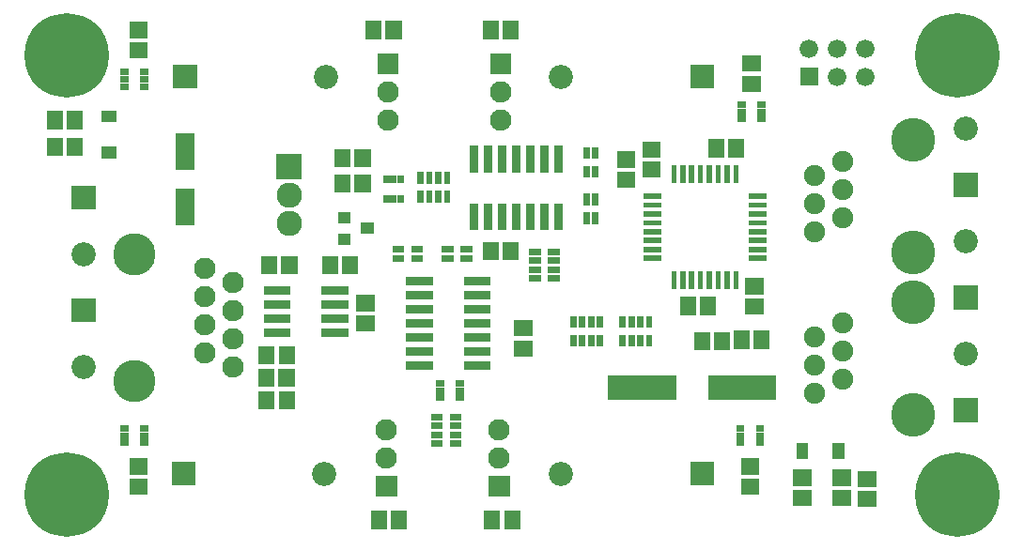
<source format=gbr>
G04 start of page 6 for group -4063 idx -4063 *
G04 Title: (unknown), componentmask *
G04 Creator: pcb 20140316 *
G04 CreationDate: Mon 18 May 2015 09:38:21 PM GMT UTC *
G04 For: ndholmes *
G04 Format: Gerber/RS-274X *
G04 PCB-Dimensions (mil): 3500.00 1900.00 *
G04 PCB-Coordinate-Origin: lower left *
%MOIN*%
%FSLAX25Y25*%
%LNTOPMASK*%
%ADD90R,0.0847X0.0847*%
%ADD89R,0.0187X0.0187*%
%ADD88R,0.0300X0.0300*%
%ADD87R,0.0227X0.0227*%
%ADD86R,0.0400X0.0400*%
%ADD85R,0.0420X0.0420*%
%ADD84R,0.0572X0.0572*%
%ADD83R,0.0235X0.0235*%
%ADD82R,0.0690X0.0690*%
%ADD81C,0.0900*%
%ADD80C,0.0660*%
%ADD79C,0.0760*%
%ADD78C,0.0750*%
%ADD77C,0.1560*%
%ADD76C,0.0001*%
%ADD75C,0.1500*%
%ADD74C,0.0860*%
%ADD73C,0.2997*%
G54D73*X17000Y17000D03*
G54D74*X23000Y62500D03*
G54D75*X41000Y57500D03*
G54D76*G36*
X54200Y28800D02*Y20200D01*
X62800D01*
Y28800D01*
X54200D01*
G37*
G54D77*X317500Y45500D03*
G54D73*X333000Y17000D03*
G54D76*G36*
X331700Y51300D02*Y42700D01*
X340300D01*
Y51300D01*
X331700D01*
G37*
G54D74*X336000Y67000D03*
G54D78*X282500Y53000D03*
X292500Y58000D03*
X282500Y63000D03*
X292500Y68000D03*
X282500Y73000D03*
G54D76*G36*
X238200Y28800D02*Y20200D01*
X246800D01*
Y28800D01*
X238200D01*
G37*
G54D74*X192500Y24500D03*
G54D76*G36*
X166700Y23800D02*Y16200D01*
X174300D01*
Y23800D01*
X166700D01*
G37*
G54D79*X170500Y30000D03*
Y40000D03*
G54D77*X317500Y85500D03*
Y103000D03*
G54D76*G36*
X331700Y91300D02*Y82700D01*
X340300D01*
Y91300D01*
X331700D01*
G37*
G54D74*X336000Y107000D03*
G54D78*X292500Y78000D03*
X282500Y110500D03*
X292500Y115500D03*
Y125500D03*
Y135500D03*
X282500Y120500D03*
Y130500D03*
G54D76*G36*
X277200Y168800D02*Y162200D01*
X283800D01*
Y168800D01*
X277200D01*
G37*
G54D80*X280500Y175500D03*
X290500Y165500D03*
X300500D03*
X290500Y175500D03*
X300500D03*
G54D73*X333000Y173000D03*
G54D77*X317500Y143000D03*
G54D76*G36*
X331700Y131300D02*Y122700D01*
X340300D01*
Y131300D01*
X331700D01*
G37*
G54D74*X336000Y147000D03*
G54D76*G36*
X18700Y86800D02*Y78200D01*
X27300D01*
Y86800D01*
X18700D01*
G37*
G54D73*X17000Y173000D03*
G54D76*G36*
X18700Y126800D02*Y118200D01*
X27300D01*
Y126800D01*
X18700D01*
G37*
G54D74*X23000Y102500D03*
G54D75*X41000D03*
G54D81*X96000Y113500D03*
G54D74*X108500Y24500D03*
G54D81*X96000Y123500D03*
G54D76*G36*
X91500Y138000D02*Y129000D01*
X100500D01*
Y138000D01*
X91500D01*
G37*
G36*
X54700Y169800D02*Y161200D01*
X63300D01*
Y169800D01*
X54700D01*
G37*
G54D74*X109000Y165500D03*
G54D79*X66000Y97500D03*
X76000Y92500D03*
X66000Y87500D03*
X76000Y82500D03*
X66000Y77500D03*
X76000Y72500D03*
X66000Y67500D03*
X76000Y62500D03*
G54D76*G36*
X127200Y173800D02*Y166200D01*
X134800D01*
Y173800D01*
X127200D01*
G37*
G54D79*X131000Y160000D03*
Y150000D03*
G54D76*G36*
X126700Y23800D02*Y16200D01*
X134300D01*
Y23800D01*
X126700D01*
G37*
G54D79*X130500Y30000D03*
Y40000D03*
G54D76*G36*
X238200Y169800D02*Y161200D01*
X246800D01*
Y169800D01*
X238200D01*
G37*
G54D74*X192500Y165500D03*
G54D76*G36*
X167200Y173800D02*Y166200D01*
X174800D01*
Y173800D01*
X167200D01*
G37*
G54D79*X171000Y160000D03*
Y150000D03*
G54D82*X59000Y141992D02*Y135693D01*
Y122307D02*Y116008D01*
G54D83*X44287Y161940D02*X44740D01*
X37260D02*X37713D01*
X44287Y164500D02*X44740D01*
X44287Y167060D02*X44740D01*
X37260D02*X37713D01*
X37260Y164500D02*X37713D01*
G54D84*X42150Y174957D02*X42936D01*
G54D85*X31400Y138500D02*X32600D01*
X31400Y151400D02*X32600D01*
G54D84*X12914Y140893D02*Y140107D01*
X20000Y140893D02*Y140107D01*
X12914Y150393D02*Y149607D01*
X20000Y150393D02*Y149607D01*
X133043Y182350D02*Y181564D01*
X125957Y182350D02*Y181564D01*
X42150Y182043D02*X42936D01*
X167457Y182393D02*Y181607D01*
X174543Y182393D02*Y181607D01*
X122043Y136893D02*Y136107D01*
X114957Y136893D02*Y136107D01*
G54D83*X135560Y129240D02*Y128787D01*
Y122213D02*Y121760D01*
X133000Y129240D02*Y128787D01*
X130440Y129240D02*Y128787D01*
Y122213D02*Y121760D01*
X133000Y122213D02*Y121760D01*
G54D84*X114957Y127893D02*Y127107D01*
G54D86*X115200Y115500D02*X115800D01*
G54D84*X122043Y127893D02*Y127107D01*
X178607Y76086D02*X179393D01*
X178607Y69000D02*X179393D01*
X122607Y77957D02*X123393D01*
X122607Y85043D02*X123393D01*
G54D87*X133717Y104075D02*X135587D01*
X133717Y100925D02*X135587D01*
G54D86*X123400Y111600D02*X124000D01*
G54D84*X127914Y8393D02*Y7607D01*
X135000Y8393D02*Y7607D01*
X175086Y8393D02*Y7607D01*
X168000Y8393D02*Y7607D01*
G54D88*X176500Y139500D02*Y133000D01*
X171500Y139500D02*Y133000D01*
X166500Y139500D02*Y133000D01*
X161500Y139500D02*Y133000D01*
G54D87*X142552Y123739D02*Y121869D01*
Y130435D02*Y128565D01*
X140413Y100925D02*X142283D01*
X140413Y104075D02*X142283D01*
X151217D02*X153087D01*
X151217Y100925D02*X153087D01*
X157913D02*X159783D01*
X157913Y104075D02*X159783D01*
G54D84*X174543Y103893D02*Y103107D01*
X167457Y103893D02*Y103107D01*
G54D88*X161500Y119000D02*Y112500D01*
X166500Y119000D02*Y112500D01*
G54D87*X145701Y123739D02*Y121869D01*
X148851Y123739D02*Y121869D01*
X152000Y123739D02*Y121869D01*
Y130435D02*Y128565D01*
X148851Y130435D02*Y128565D01*
X145701Y130435D02*Y128565D01*
G54D84*X88957Y98893D02*Y98107D01*
G54D88*X88500Y89500D02*X95000D01*
X88500Y84500D02*X95000D01*
X88500Y79500D02*X95000D01*
X88500Y74500D02*X95000D01*
G54D84*X95086Y66893D02*Y66107D01*
X88000Y66893D02*Y66107D01*
X117500Y98893D02*Y98107D01*
X110414Y98893D02*Y98107D01*
X96043Y98893D02*Y98107D01*
G54D88*X109000Y89500D02*X115500D01*
G54D86*X115200Y107700D02*X115800D01*
G54D88*X171500Y119000D02*Y112500D01*
X176500Y119000D02*Y112500D01*
X181500Y119000D02*Y112500D01*
X186500Y119000D02*Y112500D01*
X191500Y119000D02*Y112500D01*
Y139500D02*Y133000D01*
X186500Y139500D02*Y133000D01*
G54D87*X182217Y103224D02*X184087D01*
X182217Y100075D02*X184087D01*
X182217Y96925D02*X184087D01*
X182217Y93776D02*X184087D01*
X188913D02*X190783D01*
X188913Y96925D02*X190783D01*
X188913Y100075D02*X190783D01*
X188913Y103224D02*X190783D01*
X204575Y122783D02*Y120913D01*
X201425Y122783D02*Y120913D01*
Y116087D02*Y114217D01*
X204575Y116087D02*Y114217D01*
X201425Y132587D02*Y130717D01*
X204575Y132587D02*Y130717D01*
G54D88*X181500Y139500D02*Y133000D01*
G54D84*X215107Y136043D02*X215893D01*
X215107Y128957D02*X215893D01*
G54D87*X204575Y139283D02*Y137413D01*
X201425Y139283D02*Y137413D01*
X214276Y72587D02*Y70717D01*
X217425Y72587D02*Y70717D01*
X196776Y72587D02*Y70717D01*
X199925Y72587D02*Y70717D01*
X203075Y72587D02*Y70717D01*
X206224Y72587D02*Y70717D01*
Y79283D02*Y77413D01*
X203075Y79283D02*Y77413D01*
X199925Y79283D02*Y77413D01*
X196776Y79283D02*Y77413D01*
G54D84*X259607Y170086D02*X260393D01*
X259607Y163000D02*X260393D01*
G54D83*X256260Y155560D02*X256713D01*
X256260Y153000D02*X256713D01*
X256260Y150440D02*X256713D01*
X263287D02*X263740D01*
X263287Y153000D02*X263740D01*
X263287Y155560D02*X263740D01*
G54D89*X254523Y132992D02*Y128566D01*
X251374Y132992D02*Y128566D01*
X248224Y132992D02*Y128566D01*
G54D84*X247457Y140393D02*Y139607D01*
X254543Y140393D02*Y139607D01*
G54D89*X245075Y132992D02*Y128566D01*
X241925Y132992D02*Y128566D01*
X238775Y132992D02*Y128566D01*
X235626Y132992D02*Y128566D01*
X232476Y132992D02*Y128566D01*
X222508Y123023D02*X226934D01*
G54D84*X224107Y132457D02*X224893D01*
X224107Y139543D02*X224893D01*
G54D89*X222508Y119874D02*X226934D01*
X222508Y116724D02*X226934D01*
X222508Y113575D02*X226934D01*
X222508Y110425D02*X226934D01*
X222508Y107275D02*X226934D01*
X222508Y104126D02*X226934D01*
X222508Y100976D02*X226934D01*
G54D83*X44287Y35440D02*X44740D01*
X44287Y38000D02*X44740D01*
X44287Y40560D02*X44740D01*
X37260D02*X37713D01*
X37260Y38000D02*X37713D01*
X37260Y35440D02*X37713D01*
G54D84*X42107Y19957D02*X42893D01*
X42107Y27043D02*X42893D01*
X88000Y50893D02*Y50107D01*
X95086Y50893D02*Y50107D01*
X87957Y58893D02*Y58107D01*
X95043Y58893D02*Y58107D01*
G54D88*X159500Y63000D02*X166000D01*
X159500Y68000D02*X166000D01*
X159500Y73000D02*X166000D01*
X159500Y78000D02*X166000D01*
X159500Y83000D02*X166000D01*
X159500Y88000D02*X166000D01*
X159500Y93000D02*X166000D01*
X139000Y88000D02*X145500D01*
X139000Y93000D02*X145500D01*
X139000Y83000D02*X145500D01*
X139000Y78000D02*X145500D01*
X139000Y73000D02*X145500D01*
X139000Y68000D02*X145500D01*
X109000Y74500D02*X115500D01*
X109000Y79500D02*X115500D01*
X109000Y84500D02*X115500D01*
X139000Y63000D02*X145500D01*
G54D87*X147413Y44574D02*X149283D01*
X147413Y41425D02*X149283D01*
G54D83*X149260Y56560D02*X149713D01*
X149260Y54000D02*X149713D01*
X149260Y51440D02*X149713D01*
G54D87*X147413Y38275D02*X149283D01*
X147413Y35126D02*X149283D01*
X154109D02*X155979D01*
X154109Y38275D02*X155979D01*
X154109Y41425D02*X155979D01*
X154109Y44574D02*X155979D01*
G54D83*X156287Y51440D02*X156740D01*
X156287Y54000D02*X156740D01*
X156287Y56560D02*X156740D01*
X255733Y40560D02*X256186D01*
G54D84*X256457Y72393D02*Y71607D01*
X249586Y71893D02*Y71107D01*
X242500Y71893D02*Y71107D01*
G54D83*X255733Y38000D02*X256186D01*
G54D85*X278000Y33100D02*Y31900D01*
X290900Y33100D02*Y31900D01*
G54D83*X255733Y35440D02*X256186D01*
G54D84*X259107Y19957D02*X259893D01*
X259107Y27043D02*X259893D01*
G54D83*X262760Y35440D02*X263213D01*
X262760Y38000D02*X263213D01*
X262760Y40560D02*X263213D01*
G54D84*X260607Y91043D02*X261393D01*
X260607Y83957D02*X261393D01*
X263543Y72393D02*Y71607D01*
X300607Y15457D02*X301393D01*
X300607Y22543D02*X301393D01*
X291607Y15957D02*X292393D01*
X291607Y23043D02*X292393D01*
X277607D02*X278393D01*
X277607Y15957D02*X278393D01*
G54D90*X248843Y55000D02*X264591D01*
G54D87*X220575Y72587D02*Y70717D01*
G54D90*X213409Y55000D02*X229157D01*
G54D87*X223724Y72587D02*Y70717D01*
G54D84*X237457Y84393D02*Y83607D01*
X244543Y84393D02*Y83607D01*
G54D87*X223724Y79283D02*Y77413D01*
X220575Y79283D02*Y77413D01*
X217425Y79283D02*Y77413D01*
X214276Y79283D02*Y77413D01*
G54D89*X232477Y95434D02*Y91008D01*
X235626Y95434D02*Y91008D01*
X238776Y95434D02*Y91008D01*
X241925Y95434D02*Y91008D01*
X245075Y95434D02*Y91008D01*
X248225Y95434D02*Y91008D01*
X251374Y95434D02*Y91008D01*
X254524Y95434D02*Y91008D01*
X260066Y100977D02*X264492D01*
X260066Y104126D02*X264492D01*
X260066Y107276D02*X264492D01*
X260066Y110425D02*X264492D01*
X260066Y113575D02*X264492D01*
X260066Y116725D02*X264492D01*
X260066Y119874D02*X264492D01*
X260066Y123024D02*X264492D01*
M02*

</source>
